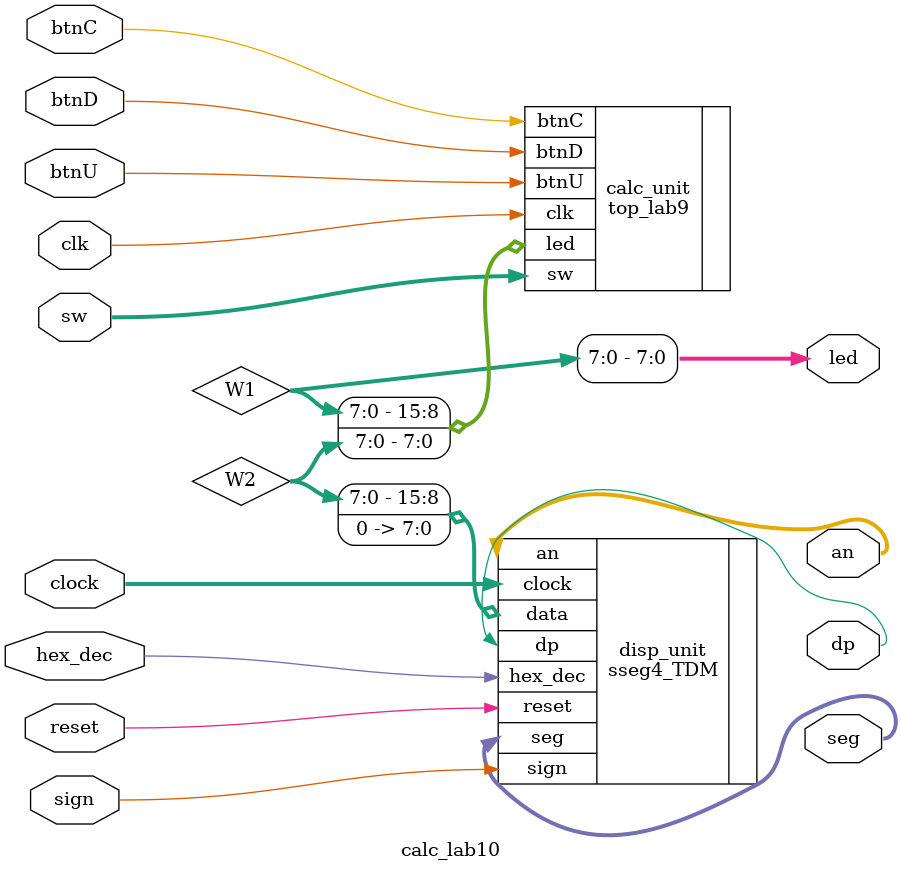
<source format=sv>
`timescale 1ns / 1ps

module calc_lab10(
    input hex_dec,
    input reset,
    input [17:0] clock,
    input sign,
    input btnU,
    input btnD,
    input [11:0] sw,
    input clk,
    input btnC,
    output [15:0] led,
    output [6:0] seg,
    output dp,
    output [3:0] an
    );
    wire [7:0] W1;
    wire [7:0] W2;
    
    sseg4_TDM disp_unit( .data({W2, 8'b00000000}), .hex_dec(hex_dec),
     .reset(reset), .clock(clock), .sign(sign), 
     .seg(seg), .dp(dp), .an(an));
    
    top_lab9 calc_unit( .btnU(btnU), .btnD(btnD), .sw(sw),
    .clk(clk), .btnC(btnC), .led({W1, W2}) );
    
    assign led[7:0] = W1;
endmodule

</source>
